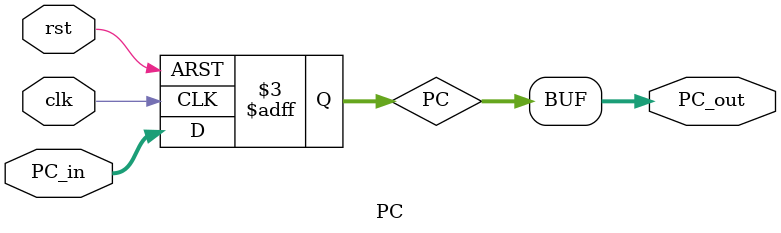
<source format=v>
module PC (
	input [31:0] PC_in,
	output [31:0] PC_out,
	input clk,
	input rst
);

reg [31:0] PC;

always @(posedge clk or negedge rst) begin 
	if(!rst) begin 
		PC<=0;
	end
	else begin 
		PC <= PC_in;
	end
end

assign PC_out = PC;

endmodule
</source>
